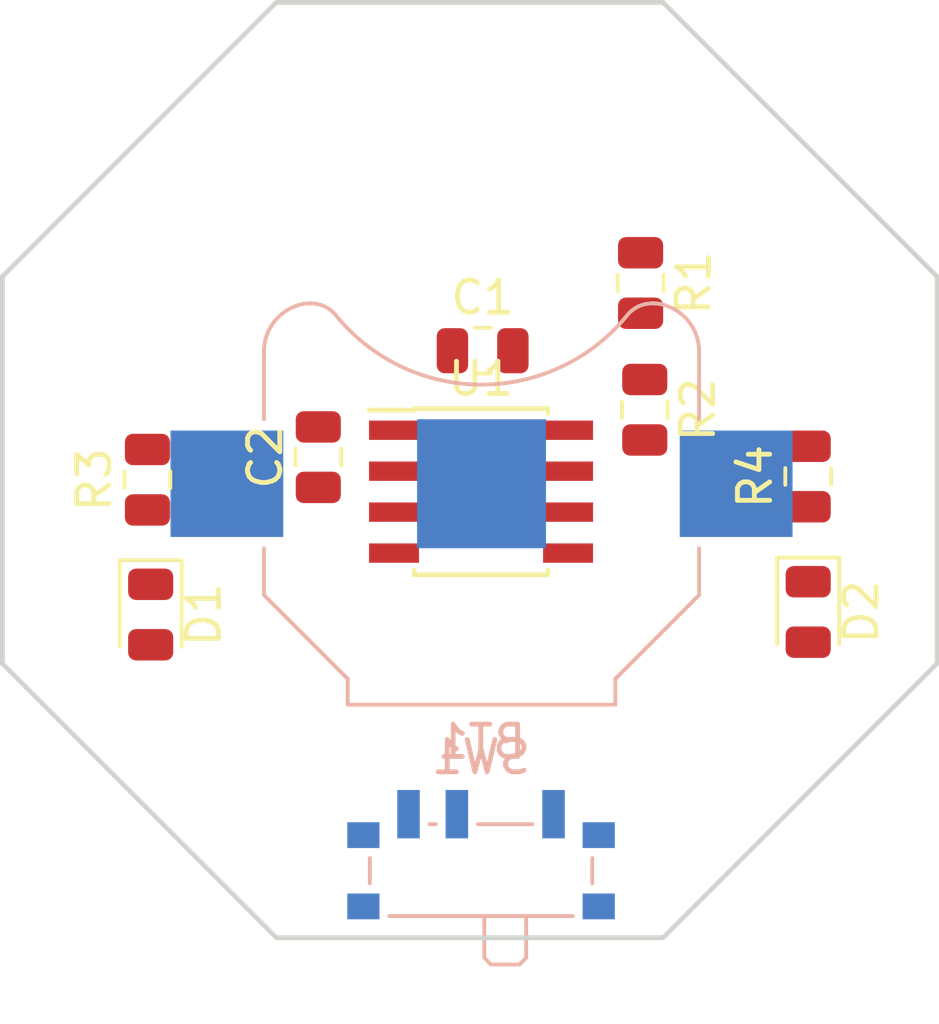
<source format=kicad_pcb>
(kicad_pcb (version 20171130) (host pcbnew "(5.0.1)-3")

  (general
    (thickness 1.6)
    (drawings 8)
    (tracks 0)
    (zones 0)
    (modules 11)
    (nets 11)
  )

  (page A4)
  (layers
    (0 F.Cu signal)
    (31 B.Cu signal)
    (32 B.Adhes user)
    (33 F.Adhes user)
    (34 B.Paste user)
    (35 F.Paste user)
    (36 B.SilkS user)
    (37 F.SilkS user)
    (38 B.Mask user)
    (39 F.Mask user)
    (40 Dwgs.User user)
    (41 Cmts.User user)
    (42 Eco1.User user)
    (43 Eco2.User user)
    (44 Edge.Cuts user)
    (45 Margin user hide)
    (46 B.CrtYd user hide)
    (47 F.CrtYd user)
    (48 B.Fab user)
    (49 F.Fab user hide)
  )

  (setup
    (last_trace_width 0.1524)
    (user_trace_width 0.3048)
    (user_trace_width 0.6096)
    (user_trace_width 1.2192)
    (trace_clearance 0.1524)
    (zone_clearance 0.1524)
    (zone_45_only no)
    (trace_min 0.1524)
    (segment_width 0.2)
    (edge_width 0.15)
    (via_size 0.6858)
    (via_drill 0.3302)
    (via_min_size 0.6858)
    (via_min_drill 0.3302)
    (uvia_size 0.3)
    (uvia_drill 0.1)
    (uvias_allowed no)
    (uvia_min_size 0.2)
    (uvia_min_drill 0.1)
    (pcb_text_width 0.3)
    (pcb_text_size 1.5 1.5)
    (mod_edge_width 0.15)
    (mod_text_size 0.762 0.762)
    (mod_text_width 0.127)
    (pad_size 1.524 1.524)
    (pad_drill 0.762)
    (pad_to_mask_clearance 0)
    (solder_mask_min_width 0.25)
    (aux_axis_origin 0 0)
    (visible_elements 7FFFFFFF)
    (pcbplotparams
      (layerselection 0x010fc_ffffffff)
      (usegerberextensions false)
      (usegerberattributes false)
      (usegerberadvancedattributes false)
      (creategerberjobfile false)
      (excludeedgelayer true)
      (linewidth 0.076200)
      (plotframeref false)
      (viasonmask false)
      (mode 1)
      (useauxorigin false)
      (hpglpennumber 1)
      (hpglpenspeed 20)
      (hpglpendiameter 15.000000)
      (psnegative false)
      (psa4output false)
      (plotreference true)
      (plotvalue true)
      (plotinvisibletext false)
      (padsonsilk false)
      (subtractmaskfromsilk false)
      (outputformat 1)
      (mirror false)
      (drillshape 0)
      (scaleselection 1)
      (outputdirectory "gerbers/"))
  )

  (net 0 "")
  (net 1 "Net-(BT1-Pad1)")
  (net 2 GND)
  (net 3 "Net-(C1-Pad1)")
  (net 4 /Vcc)
  (net 5 "Net-(D1-Pad1)")
  (net 6 "Net-(D2-Pad1)")
  (net 7 "Net-(D2-Pad2)")
  (net 8 "Net-(R1-Pad2)")
  (net 9 "Net-(SW1-Pad1)")
  (net 10 "Net-(U1-Pad5)")

  (net_class Default "This is the default net class."
    (clearance 0.1524)
    (trace_width 0.1524)
    (via_dia 0.6858)
    (via_drill 0.3302)
    (uvia_dia 0.3)
    (uvia_drill 0.1)
    (add_net /Vcc)
    (add_net GND)
    (add_net "Net-(BT1-Pad1)")
    (add_net "Net-(C1-Pad1)")
    (add_net "Net-(D1-Pad1)")
    (add_net "Net-(D2-Pad1)")
    (add_net "Net-(D2-Pad2)")
    (add_net "Net-(R1-Pad2)")
    (add_net "Net-(SW1-Pad1)")
    (add_net "Net-(U1-Pad5)")
  )

  (module Battery:BatteryHolder_Keystone_3000_1x12mm (layer B.Cu) (tedit 58972371) (tstamp 5BE989F3)
    (at 69.865001 89.925001)
    (descr http://www.keyelco.com/product-pdf.cfm?p=777)
    (tags "Keystone type 3000 coin cell retainer")
    (path /5B732E02)
    (attr smd)
    (fp_text reference BT1 (at 0 8) (layer B.SilkS)
      (effects (font (size 1 1) (thickness 0.15)) (justify mirror))
    )
    (fp_text value "3V Cell" (at 0 -7.5) (layer B.Fab)
      (effects (font (size 1 1) (thickness 0.15)) (justify mirror))
    )
    (fp_text user %R (at 0 0) (layer B.Fab)
      (effects (font (size 1 1) (thickness 0.15)) (justify mirror))
    )
    (fp_arc (start 0 0) (end 0 -6.75) (angle -36.6) (layer B.CrtYd) (width 0.05))
    (fp_arc (start 0.11 -9.15) (end 4.22 -5.65) (angle 3.1) (layer B.CrtYd) (width 0.05))
    (fp_arc (start 0.11 -9.15) (end -4.22 -5.65) (angle -3.1) (layer B.CrtYd) (width 0.05))
    (fp_arc (start 0 0) (end 0 -6.75) (angle 36.6) (layer B.CrtYd) (width 0.05))
    (fp_arc (start 5.25 -4.1) (end 5.3 -6.1) (angle 90) (layer B.CrtYd) (width 0.05))
    (fp_arc (start 5.29 -4.6) (end 4.22 -5.65) (angle 54.1) (layer B.CrtYd) (width 0.05))
    (fp_arc (start -5.29 -4.6) (end -4.22 -5.65) (angle -54.1) (layer B.CrtYd) (width 0.05))
    (fp_circle (center 0 0) (end 0 -6.25) (layer Dwgs.User) (width 0.15))
    (fp_arc (start 5.29 -4.6) (end 4.5 -5.2) (angle 60) (layer B.SilkS) (width 0.12))
    (fp_arc (start -5.29 -4.6) (end -4.5 -5.2) (angle -60) (layer B.SilkS) (width 0.12))
    (fp_arc (start 0 -8.9) (end -4.5 -5.2) (angle -101) (layer B.SilkS) (width 0.12))
    (fp_arc (start 5.29 -4.6) (end 4.6 -5.1) (angle 60) (layer B.Fab) (width 0.1))
    (fp_arc (start -5.29 -4.6) (end -4.6 -5.1) (angle -60) (layer B.Fab) (width 0.1))
    (fp_arc (start 0 -8.9) (end -4.6 -5.1) (angle -101) (layer B.Fab) (width 0.1))
    (fp_arc (start -5.25 -4.1) (end -5.3 -6.1) (angle -90) (layer B.CrtYd) (width 0.05))
    (fp_arc (start 5.25 -4.1) (end 5.3 -5.6) (angle 90) (layer B.SilkS) (width 0.12))
    (fp_arc (start -5.25 -4.1) (end -5.3 -5.6) (angle -90) (layer B.SilkS) (width 0.12))
    (fp_line (start -7.25 -2.15) (end -7.25 -4.1) (layer B.CrtYd) (width 0.05))
    (fp_line (start 7.25 -2.15) (end 7.25 -4.1) (layer B.CrtYd) (width 0.05))
    (fp_line (start 6.75 -2) (end 6.75 -4.1) (layer B.SilkS) (width 0.12))
    (fp_line (start -6.75 -2) (end -6.75 -4.1) (layer B.SilkS) (width 0.12))
    (fp_arc (start 5.25 -4.1) (end 5.3 -5.45) (angle 90) (layer B.Fab) (width 0.1))
    (fp_line (start 7.25 2.15) (end 7.25 3.8) (layer B.CrtYd) (width 0.05))
    (fp_line (start 7.25 3.8) (end 4.65 6.4) (layer B.CrtYd) (width 0.05))
    (fp_line (start 4.65 6.4) (end 4.65 7.35) (layer B.CrtYd) (width 0.05))
    (fp_line (start -4.65 7.35) (end 4.65 7.35) (layer B.CrtYd) (width 0.05))
    (fp_line (start -4.65 6.4) (end -4.65 7.35) (layer B.CrtYd) (width 0.05))
    (fp_line (start -7.25 3.8) (end -4.65 6.4) (layer B.CrtYd) (width 0.05))
    (fp_line (start -7.25 2.15) (end -7.25 3.8) (layer B.CrtYd) (width 0.05))
    (fp_line (start -6.75 2) (end -6.75 3.45) (layer B.SilkS) (width 0.12))
    (fp_line (start -6.75 3.45) (end -4.15 6.05) (layer B.SilkS) (width 0.12))
    (fp_line (start -4.15 6.05) (end -4.15 6.85) (layer B.SilkS) (width 0.12))
    (fp_line (start -4.15 6.85) (end 4.15 6.85) (layer B.SilkS) (width 0.12))
    (fp_line (start 4.15 6.85) (end 4.15 6.05) (layer B.SilkS) (width 0.12))
    (fp_line (start 4.15 6.05) (end 6.75 3.45) (layer B.SilkS) (width 0.12))
    (fp_line (start 6.75 3.45) (end 6.75 2) (layer B.SilkS) (width 0.12))
    (fp_line (start -7.25 2.15) (end -10.15 2.15) (layer B.CrtYd) (width 0.05))
    (fp_line (start -10.15 2.15) (end -10.15 -2.15) (layer B.CrtYd) (width 0.05))
    (fp_line (start -10.15 -2.15) (end -7.25 -2.15) (layer B.CrtYd) (width 0.05))
    (fp_line (start 7.25 2.15) (end 10.15 2.15) (layer B.CrtYd) (width 0.05))
    (fp_line (start 10.15 2.15) (end 10.15 -2.15) (layer B.CrtYd) (width 0.05))
    (fp_line (start 10.15 -2.15) (end 7.25 -2.15) (layer B.CrtYd) (width 0.05))
    (fp_arc (start -5.25 -4.1) (end -5.3 -5.45) (angle -90) (layer B.Fab) (width 0.1))
    (fp_line (start 6.6 3.4) (end 6.6 -4.1) (layer B.Fab) (width 0.1))
    (fp_line (start -6.6 3.4) (end -6.6 -4.1) (layer B.Fab) (width 0.1))
    (fp_line (start 4 6) (end 6.6 3.4) (layer B.Fab) (width 0.1))
    (fp_line (start -4 6) (end -6.6 3.4) (layer B.Fab) (width 0.1))
    (fp_line (start 4 6.7) (end 4 6) (layer B.Fab) (width 0.1))
    (fp_line (start -4 6.7) (end -4 6) (layer B.Fab) (width 0.1))
    (fp_line (start -4 6.7) (end 4 6.7) (layer B.Fab) (width 0.1))
    (pad 1 smd rect (at -7.9 0) (size 3.5 3.3) (layers B.Cu B.Paste B.Mask)
      (net 1 "Net-(BT1-Pad1)"))
    (pad 1 smd rect (at 7.9 0) (size 3.5 3.3) (layers B.Cu B.Paste B.Mask)
      (net 1 "Net-(BT1-Pad1)"))
    (pad 2 smd rect (at 0 0) (size 4 4) (layers B.Cu B.Mask)
      (net 2 GND))
    (model ${KISYS3DMOD}/Battery.3dshapes/BatteryHolder_Keystone_3000_1x12mm.wrl
      (at (xyz 0 0 0))
      (scale (xyz 1 1 1))
      (rotate (xyz 0 0 0))
    )
  )

  (module Capacitor_SMD:C_0805_2012Metric (layer F.Cu) (tedit 5B36C52B) (tstamp 5BE98A04)
    (at 69.9 85.8)
    (descr "Capacitor SMD 0805 (2012 Metric), square (rectangular) end terminal, IPC_7351 nominal, (Body size source: https://docs.google.com/spreadsheets/d/1BsfQQcO9C6DZCsRaXUlFlo91Tg2WpOkGARC1WS5S8t0/edit?usp=sharing), generated with kicad-footprint-generator")
    (tags capacitor)
    (path /5B738073)
    (attr smd)
    (fp_text reference C1 (at 0 -1.65) (layer F.SilkS)
      (effects (font (size 1 1) (thickness 0.15)))
    )
    (fp_text value 300n (at 0 1.65) (layer F.Fab)
      (effects (font (size 1 1) (thickness 0.15)))
    )
    (fp_line (start -1 0.6) (end -1 -0.6) (layer F.Fab) (width 0.1))
    (fp_line (start -1 -0.6) (end 1 -0.6) (layer F.Fab) (width 0.1))
    (fp_line (start 1 -0.6) (end 1 0.6) (layer F.Fab) (width 0.1))
    (fp_line (start 1 0.6) (end -1 0.6) (layer F.Fab) (width 0.1))
    (fp_line (start -0.258578 -0.71) (end 0.258578 -0.71) (layer F.SilkS) (width 0.12))
    (fp_line (start -0.258578 0.71) (end 0.258578 0.71) (layer F.SilkS) (width 0.12))
    (fp_line (start -1.68 0.95) (end -1.68 -0.95) (layer F.CrtYd) (width 0.05))
    (fp_line (start -1.68 -0.95) (end 1.68 -0.95) (layer F.CrtYd) (width 0.05))
    (fp_line (start 1.68 -0.95) (end 1.68 0.95) (layer F.CrtYd) (width 0.05))
    (fp_line (start 1.68 0.95) (end -1.68 0.95) (layer F.CrtYd) (width 0.05))
    (fp_text user %R (at 0 0) (layer F.Fab)
      (effects (font (size 0.5 0.5) (thickness 0.08)))
    )
    (pad 1 smd roundrect (at -0.9375 0) (size 0.975 1.4) (layers F.Cu F.Paste F.Mask) (roundrect_rratio 0.25)
      (net 3 "Net-(C1-Pad1)"))
    (pad 2 smd roundrect (at 0.9375 0) (size 0.975 1.4) (layers F.Cu F.Paste F.Mask) (roundrect_rratio 0.25)
      (net 2 GND))
    (model ${KISYS3DMOD}/Capacitor_SMD.3dshapes/C_0805_2012Metric.wrl
      (at (xyz 0 0 0))
      (scale (xyz 1 1 1))
      (rotate (xyz 0 0 0))
    )
  )

  (module Capacitor_SMD:C_0805_2012Metric (layer F.Cu) (tedit 5B36C52B) (tstamp 5BE98A15)
    (at 64.8 89.1 90)
    (descr "Capacitor SMD 0805 (2012 Metric), square (rectangular) end terminal, IPC_7351 nominal, (Body size source: https://docs.google.com/spreadsheets/d/1BsfQQcO9C6DZCsRaXUlFlo91Tg2WpOkGARC1WS5S8t0/edit?usp=sharing), generated with kicad-footprint-generator")
    (tags capacitor)
    (path /5B7420E7)
    (attr smd)
    (fp_text reference C2 (at 0 -1.65 90) (layer F.SilkS)
      (effects (font (size 1 1) (thickness 0.15)))
    )
    (fp_text value 0.1u (at 0 1.65 90) (layer F.Fab)
      (effects (font (size 1 1) (thickness 0.15)))
    )
    (fp_text user %R (at 0 0 90) (layer F.Fab)
      (effects (font (size 0.5 0.5) (thickness 0.08)))
    )
    (fp_line (start 1.68 0.95) (end -1.68 0.95) (layer F.CrtYd) (width 0.05))
    (fp_line (start 1.68 -0.95) (end 1.68 0.95) (layer F.CrtYd) (width 0.05))
    (fp_line (start -1.68 -0.95) (end 1.68 -0.95) (layer F.CrtYd) (width 0.05))
    (fp_line (start -1.68 0.95) (end -1.68 -0.95) (layer F.CrtYd) (width 0.05))
    (fp_line (start -0.258578 0.71) (end 0.258578 0.71) (layer F.SilkS) (width 0.12))
    (fp_line (start -0.258578 -0.71) (end 0.258578 -0.71) (layer F.SilkS) (width 0.12))
    (fp_line (start 1 0.6) (end -1 0.6) (layer F.Fab) (width 0.1))
    (fp_line (start 1 -0.6) (end 1 0.6) (layer F.Fab) (width 0.1))
    (fp_line (start -1 -0.6) (end 1 -0.6) (layer F.Fab) (width 0.1))
    (fp_line (start -1 0.6) (end -1 -0.6) (layer F.Fab) (width 0.1))
    (pad 2 smd roundrect (at 0.9375 0 90) (size 0.975 1.4) (layers F.Cu F.Paste F.Mask) (roundrect_rratio 0.25)
      (net 2 GND))
    (pad 1 smd roundrect (at -0.9375 0 90) (size 0.975 1.4) (layers F.Cu F.Paste F.Mask) (roundrect_rratio 0.25)
      (net 4 /Vcc))
    (model ${KISYS3DMOD}/Capacitor_SMD.3dshapes/C_0805_2012Metric.wrl
      (at (xyz 0 0 0))
      (scale (xyz 1 1 1))
      (rotate (xyz 0 0 0))
    )
  )

  (module LED_SMD:LED_0805_2012Metric (layer F.Cu) (tedit 5B36C52C) (tstamp 5BE98A28)
    (at 59.6 93.98 270)
    (descr "LED SMD 0805 (2012 Metric), square (rectangular) end terminal, IPC_7351 nominal, (Body size source: https://docs.google.com/spreadsheets/d/1BsfQQcO9C6DZCsRaXUlFlo91Tg2WpOkGARC1WS5S8t0/edit?usp=sharing), generated with kicad-footprint-generator")
    (tags diode)
    (path /5B73564C)
    (attr smd)
    (fp_text reference D1 (at 0 -1.65 270) (layer F.SilkS)
      (effects (font (size 1 1) (thickness 0.15)))
    )
    (fp_text value LED (at 0 1.65 270) (layer F.Fab)
      (effects (font (size 1 1) (thickness 0.15)))
    )
    (fp_text user %R (at 0 0 270) (layer F.Fab)
      (effects (font (size 0.5 0.5) (thickness 0.08)))
    )
    (fp_line (start 1.68 0.95) (end -1.68 0.95) (layer F.CrtYd) (width 0.05))
    (fp_line (start 1.68 -0.95) (end 1.68 0.95) (layer F.CrtYd) (width 0.05))
    (fp_line (start -1.68 -0.95) (end 1.68 -0.95) (layer F.CrtYd) (width 0.05))
    (fp_line (start -1.68 0.95) (end -1.68 -0.95) (layer F.CrtYd) (width 0.05))
    (fp_line (start -1.685 0.96) (end 1 0.96) (layer F.SilkS) (width 0.12))
    (fp_line (start -1.685 -0.96) (end -1.685 0.96) (layer F.SilkS) (width 0.12))
    (fp_line (start 1 -0.96) (end -1.685 -0.96) (layer F.SilkS) (width 0.12))
    (fp_line (start 1 0.6) (end 1 -0.6) (layer F.Fab) (width 0.1))
    (fp_line (start -1 0.6) (end 1 0.6) (layer F.Fab) (width 0.1))
    (fp_line (start -1 -0.3) (end -1 0.6) (layer F.Fab) (width 0.1))
    (fp_line (start -0.7 -0.6) (end -1 -0.3) (layer F.Fab) (width 0.1))
    (fp_line (start 1 -0.6) (end -0.7 -0.6) (layer F.Fab) (width 0.1))
    (pad 2 smd roundrect (at 0.9375 0 270) (size 0.975 1.4) (layers F.Cu F.Paste F.Mask) (roundrect_rratio 0.25)
      (net 4 /Vcc))
    (pad 1 smd roundrect (at -0.9375 0 270) (size 0.975 1.4) (layers F.Cu F.Paste F.Mask) (roundrect_rratio 0.25)
      (net 5 "Net-(D1-Pad1)"))
    (model ${KISYS3DMOD}/LED_SMD.3dshapes/LED_0805_2012Metric.wrl
      (at (xyz 0 0 0))
      (scale (xyz 1 1 1))
      (rotate (xyz 0 0 0))
    )
  )

  (module LED_SMD:LED_0805_2012Metric (layer F.Cu) (tedit 5B36C52C) (tstamp 5BE98A3B)
    (at 80 93.9 270)
    (descr "LED SMD 0805 (2012 Metric), square (rectangular) end terminal, IPC_7351 nominal, (Body size source: https://docs.google.com/spreadsheets/d/1BsfQQcO9C6DZCsRaXUlFlo91Tg2WpOkGARC1WS5S8t0/edit?usp=sharing), generated with kicad-footprint-generator")
    (tags diode)
    (path /5B734BFE)
    (attr smd)
    (fp_text reference D2 (at 0 -1.65 270) (layer F.SilkS)
      (effects (font (size 1 1) (thickness 0.15)))
    )
    (fp_text value LED (at 0 1.65 270) (layer F.Fab)
      (effects (font (size 1 1) (thickness 0.15)))
    )
    (fp_line (start 1 -0.6) (end -0.7 -0.6) (layer F.Fab) (width 0.1))
    (fp_line (start -0.7 -0.6) (end -1 -0.3) (layer F.Fab) (width 0.1))
    (fp_line (start -1 -0.3) (end -1 0.6) (layer F.Fab) (width 0.1))
    (fp_line (start -1 0.6) (end 1 0.6) (layer F.Fab) (width 0.1))
    (fp_line (start 1 0.6) (end 1 -0.6) (layer F.Fab) (width 0.1))
    (fp_line (start 1 -0.96) (end -1.685 -0.96) (layer F.SilkS) (width 0.12))
    (fp_line (start -1.685 -0.96) (end -1.685 0.96) (layer F.SilkS) (width 0.12))
    (fp_line (start -1.685 0.96) (end 1 0.96) (layer F.SilkS) (width 0.12))
    (fp_line (start -1.68 0.95) (end -1.68 -0.95) (layer F.CrtYd) (width 0.05))
    (fp_line (start -1.68 -0.95) (end 1.68 -0.95) (layer F.CrtYd) (width 0.05))
    (fp_line (start 1.68 -0.95) (end 1.68 0.95) (layer F.CrtYd) (width 0.05))
    (fp_line (start 1.68 0.95) (end -1.68 0.95) (layer F.CrtYd) (width 0.05))
    (fp_text user %R (at 0 0 270) (layer F.Fab)
      (effects (font (size 0.5 0.5) (thickness 0.08)))
    )
    (pad 1 smd roundrect (at -0.9375 0 270) (size 0.975 1.4) (layers F.Cu F.Paste F.Mask) (roundrect_rratio 0.25)
      (net 6 "Net-(D2-Pad1)"))
    (pad 2 smd roundrect (at 0.9375 0 270) (size 0.975 1.4) (layers F.Cu F.Paste F.Mask) (roundrect_rratio 0.25)
      (net 7 "Net-(D2-Pad2)"))
    (model ${KISYS3DMOD}/LED_SMD.3dshapes/LED_0805_2012Metric.wrl
      (at (xyz 0 0 0))
      (scale (xyz 1 1 1))
      (rotate (xyz 0 0 0))
    )
  )

  (module Resistor_SMD:R_0805_2012Metric (layer F.Cu) (tedit 5B36C52B) (tstamp 5BE98A4C)
    (at 74.8 83.7 270)
    (descr "Resistor SMD 0805 (2012 Metric), square (rectangular) end terminal, IPC_7351 nominal, (Body size source: https://docs.google.com/spreadsheets/d/1BsfQQcO9C6DZCsRaXUlFlo91Tg2WpOkGARC1WS5S8t0/edit?usp=sharing), generated with kicad-footprint-generator")
    (tags resistor)
    (path /5B732EA7)
    (attr smd)
    (fp_text reference R1 (at 0 -1.65 270) (layer F.SilkS)
      (effects (font (size 1 1) (thickness 0.15)))
    )
    (fp_text value 10k (at 0 1.65 270) (layer F.Fab)
      (effects (font (size 1 1) (thickness 0.15)))
    )
    (fp_line (start -1 0.6) (end -1 -0.6) (layer F.Fab) (width 0.1))
    (fp_line (start -1 -0.6) (end 1 -0.6) (layer F.Fab) (width 0.1))
    (fp_line (start 1 -0.6) (end 1 0.6) (layer F.Fab) (width 0.1))
    (fp_line (start 1 0.6) (end -1 0.6) (layer F.Fab) (width 0.1))
    (fp_line (start -0.258578 -0.71) (end 0.258578 -0.71) (layer F.SilkS) (width 0.12))
    (fp_line (start -0.258578 0.71) (end 0.258578 0.71) (layer F.SilkS) (width 0.12))
    (fp_line (start -1.68 0.95) (end -1.68 -0.95) (layer F.CrtYd) (width 0.05))
    (fp_line (start -1.68 -0.95) (end 1.68 -0.95) (layer F.CrtYd) (width 0.05))
    (fp_line (start 1.68 -0.95) (end 1.68 0.95) (layer F.CrtYd) (width 0.05))
    (fp_line (start 1.68 0.95) (end -1.68 0.95) (layer F.CrtYd) (width 0.05))
    (fp_text user %R (at 0 0 270) (layer F.Fab)
      (effects (font (size 0.5 0.5) (thickness 0.08)))
    )
    (pad 1 smd roundrect (at -0.9375 0 270) (size 0.975 1.4) (layers F.Cu F.Paste F.Mask) (roundrect_rratio 0.25)
      (net 4 /Vcc))
    (pad 2 smd roundrect (at 0.9375 0 270) (size 0.975 1.4) (layers F.Cu F.Paste F.Mask) (roundrect_rratio 0.25)
      (net 8 "Net-(R1-Pad2)"))
    (model ${KISYS3DMOD}/Resistor_SMD.3dshapes/R_0805_2012Metric.wrl
      (at (xyz 0 0 0))
      (scale (xyz 1 1 1))
      (rotate (xyz 0 0 0))
    )
  )

  (module Resistor_SMD:R_0805_2012Metric (layer F.Cu) (tedit 5B36C52B) (tstamp 5BE98A5D)
    (at 74.93 87.63 270)
    (descr "Resistor SMD 0805 (2012 Metric), square (rectangular) end terminal, IPC_7351 nominal, (Body size source: https://docs.google.com/spreadsheets/d/1BsfQQcO9C6DZCsRaXUlFlo91Tg2WpOkGARC1WS5S8t0/edit?usp=sharing), generated with kicad-footprint-generator")
    (tags resistor)
    (path /5B732EE9)
    (attr smd)
    (fp_text reference R2 (at 0 -1.65 270) (layer F.SilkS)
      (effects (font (size 1 1) (thickness 0.15)))
    )
    (fp_text value 1M (at 0 1.65 270) (layer F.Fab)
      (effects (font (size 1 1) (thickness 0.15)))
    )
    (fp_text user %R (at 0 0 270) (layer F.Fab)
      (effects (font (size 0.5 0.5) (thickness 0.08)))
    )
    (fp_line (start 1.68 0.95) (end -1.68 0.95) (layer F.CrtYd) (width 0.05))
    (fp_line (start 1.68 -0.95) (end 1.68 0.95) (layer F.CrtYd) (width 0.05))
    (fp_line (start -1.68 -0.95) (end 1.68 -0.95) (layer F.CrtYd) (width 0.05))
    (fp_line (start -1.68 0.95) (end -1.68 -0.95) (layer F.CrtYd) (width 0.05))
    (fp_line (start -0.258578 0.71) (end 0.258578 0.71) (layer F.SilkS) (width 0.12))
    (fp_line (start -0.258578 -0.71) (end 0.258578 -0.71) (layer F.SilkS) (width 0.12))
    (fp_line (start 1 0.6) (end -1 0.6) (layer F.Fab) (width 0.1))
    (fp_line (start 1 -0.6) (end 1 0.6) (layer F.Fab) (width 0.1))
    (fp_line (start -1 -0.6) (end 1 -0.6) (layer F.Fab) (width 0.1))
    (fp_line (start -1 0.6) (end -1 -0.6) (layer F.Fab) (width 0.1))
    (pad 2 smd roundrect (at 0.9375 0 270) (size 0.975 1.4) (layers F.Cu F.Paste F.Mask) (roundrect_rratio 0.25)
      (net 3 "Net-(C1-Pad1)"))
    (pad 1 smd roundrect (at -0.9375 0 270) (size 0.975 1.4) (layers F.Cu F.Paste F.Mask) (roundrect_rratio 0.25)
      (net 8 "Net-(R1-Pad2)"))
    (model ${KISYS3DMOD}/Resistor_SMD.3dshapes/R_0805_2012Metric.wrl
      (at (xyz 0 0 0))
      (scale (xyz 1 1 1))
      (rotate (xyz 0 0 0))
    )
  )

  (module Resistor_SMD:R_0805_2012Metric (layer F.Cu) (tedit 5B36C52B) (tstamp 5BE98A6E)
    (at 59.5 89.8 90)
    (descr "Resistor SMD 0805 (2012 Metric), square (rectangular) end terminal, IPC_7351 nominal, (Body size source: https://docs.google.com/spreadsheets/d/1BsfQQcO9C6DZCsRaXUlFlo91Tg2WpOkGARC1WS5S8t0/edit?usp=sharing), generated with kicad-footprint-generator")
    (tags resistor)
    (path /5B7367CF)
    (attr smd)
    (fp_text reference R3 (at 0 -1.65 90) (layer F.SilkS)
      (effects (font (size 1 1) (thickness 0.15)))
    )
    (fp_text value 200 (at 0 1.65 90) (layer F.Fab)
      (effects (font (size 1 1) (thickness 0.15)))
    )
    (fp_text user %R (at 0 0 90) (layer F.Fab)
      (effects (font (size 0.5 0.5) (thickness 0.08)))
    )
    (fp_line (start 1.68 0.95) (end -1.68 0.95) (layer F.CrtYd) (width 0.05))
    (fp_line (start 1.68 -0.95) (end 1.68 0.95) (layer F.CrtYd) (width 0.05))
    (fp_line (start -1.68 -0.95) (end 1.68 -0.95) (layer F.CrtYd) (width 0.05))
    (fp_line (start -1.68 0.95) (end -1.68 -0.95) (layer F.CrtYd) (width 0.05))
    (fp_line (start -0.258578 0.71) (end 0.258578 0.71) (layer F.SilkS) (width 0.12))
    (fp_line (start -0.258578 -0.71) (end 0.258578 -0.71) (layer F.SilkS) (width 0.12))
    (fp_line (start 1 0.6) (end -1 0.6) (layer F.Fab) (width 0.1))
    (fp_line (start 1 -0.6) (end 1 0.6) (layer F.Fab) (width 0.1))
    (fp_line (start -1 -0.6) (end 1 -0.6) (layer F.Fab) (width 0.1))
    (fp_line (start -1 0.6) (end -1 -0.6) (layer F.Fab) (width 0.1))
    (pad 2 smd roundrect (at 0.9375 0 90) (size 0.975 1.4) (layers F.Cu F.Paste F.Mask) (roundrect_rratio 0.25)
      (net 7 "Net-(D2-Pad2)"))
    (pad 1 smd roundrect (at -0.9375 0 90) (size 0.975 1.4) (layers F.Cu F.Paste F.Mask) (roundrect_rratio 0.25)
      (net 5 "Net-(D1-Pad1)"))
    (model ${KISYS3DMOD}/Resistor_SMD.3dshapes/R_0805_2012Metric.wrl
      (at (xyz 0 0 0))
      (scale (xyz 1 1 1))
      (rotate (xyz 0 0 0))
    )
  )

  (module Resistor_SMD:R_0805_2012Metric (layer F.Cu) (tedit 5B36C52B) (tstamp 5BE98A7F)
    (at 80 89.7 90)
    (descr "Resistor SMD 0805 (2012 Metric), square (rectangular) end terminal, IPC_7351 nominal, (Body size source: https://docs.google.com/spreadsheets/d/1BsfQQcO9C6DZCsRaXUlFlo91Tg2WpOkGARC1WS5S8t0/edit?usp=sharing), generated with kicad-footprint-generator")
    (tags resistor)
    (path /5B7351FE)
    (attr smd)
    (fp_text reference R4 (at 0 -1.65 90) (layer F.SilkS)
      (effects (font (size 1 1) (thickness 0.15)))
    )
    (fp_text value 200 (at 0 1.65 90) (layer F.Fab)
      (effects (font (size 1 1) (thickness 0.15)))
    )
    (fp_line (start -1 0.6) (end -1 -0.6) (layer F.Fab) (width 0.1))
    (fp_line (start -1 -0.6) (end 1 -0.6) (layer F.Fab) (width 0.1))
    (fp_line (start 1 -0.6) (end 1 0.6) (layer F.Fab) (width 0.1))
    (fp_line (start 1 0.6) (end -1 0.6) (layer F.Fab) (width 0.1))
    (fp_line (start -0.258578 -0.71) (end 0.258578 -0.71) (layer F.SilkS) (width 0.12))
    (fp_line (start -0.258578 0.71) (end 0.258578 0.71) (layer F.SilkS) (width 0.12))
    (fp_line (start -1.68 0.95) (end -1.68 -0.95) (layer F.CrtYd) (width 0.05))
    (fp_line (start -1.68 -0.95) (end 1.68 -0.95) (layer F.CrtYd) (width 0.05))
    (fp_line (start 1.68 -0.95) (end 1.68 0.95) (layer F.CrtYd) (width 0.05))
    (fp_line (start 1.68 0.95) (end -1.68 0.95) (layer F.CrtYd) (width 0.05))
    (fp_text user %R (at 0 0 90) (layer F.Fab)
      (effects (font (size 0.5 0.5) (thickness 0.08)))
    )
    (pad 1 smd roundrect (at -0.9375 0 90) (size 0.975 1.4) (layers F.Cu F.Paste F.Mask) (roundrect_rratio 0.25)
      (net 6 "Net-(D2-Pad1)"))
    (pad 2 smd roundrect (at 0.9375 0 90) (size 0.975 1.4) (layers F.Cu F.Paste F.Mask) (roundrect_rratio 0.25)
      (net 2 GND))
    (model ${KISYS3DMOD}/Resistor_SMD.3dshapes/R_0805_2012Metric.wrl
      (at (xyz 0 0 0))
      (scale (xyz 1 1 1))
      (rotate (xyz 0 0 0))
    )
  )

  (module Button_Switch_SMD:SW_SPDT_PCM12 (layer B.Cu) (tedit 5A02FC95) (tstamp 5BE98AA9)
    (at 69.85 101.6 180)
    (descr "Ultraminiature Surface Mount Slide Switch")
    (path /5B73FBA5)
    (attr smd)
    (fp_text reference SW1 (at 0 3.2 180) (layer B.SilkS)
      (effects (font (size 1 1) (thickness 0.15)) (justify mirror))
    )
    (fp_text value SW_SPDT (at 0 -4.25 180) (layer B.Fab)
      (effects (font (size 1 1) (thickness 0.15)) (justify mirror))
    )
    (fp_text user %R (at 0 3.2 180) (layer B.Fab)
      (effects (font (size 1 1) (thickness 0.15)) (justify mirror))
    )
    (fp_line (start -1.4 -1.65) (end -1.4 -2.95) (layer B.Fab) (width 0.1))
    (fp_line (start -1.4 -2.95) (end -1.2 -3.15) (layer B.Fab) (width 0.1))
    (fp_line (start -1.2 -3.15) (end -0.35 -3.15) (layer B.Fab) (width 0.1))
    (fp_line (start -0.35 -3.15) (end -0.15 -2.95) (layer B.Fab) (width 0.1))
    (fp_line (start -0.15 -2.95) (end -0.1 -2.9) (layer B.Fab) (width 0.1))
    (fp_line (start -0.1 -2.9) (end -0.1 -1.6) (layer B.Fab) (width 0.1))
    (fp_line (start -3.35 1) (end -3.35 -1.6) (layer B.Fab) (width 0.1))
    (fp_line (start -3.35 -1.6) (end 3.35 -1.6) (layer B.Fab) (width 0.1))
    (fp_line (start 3.35 -1.6) (end 3.35 1) (layer B.Fab) (width 0.1))
    (fp_line (start 3.35 1) (end -3.35 1) (layer B.Fab) (width 0.1))
    (fp_line (start 1.4 1.12) (end 1.6 1.12) (layer B.SilkS) (width 0.12))
    (fp_line (start -4.4 2.45) (end 4.4 2.45) (layer B.CrtYd) (width 0.05))
    (fp_line (start 4.4 2.45) (end 4.4 -2.1) (layer B.CrtYd) (width 0.05))
    (fp_line (start 4.4 -2.1) (end 1.65 -2.1) (layer B.CrtYd) (width 0.05))
    (fp_line (start 1.65 -2.1) (end 1.65 -3.4) (layer B.CrtYd) (width 0.05))
    (fp_line (start 1.65 -3.4) (end -1.65 -3.4) (layer B.CrtYd) (width 0.05))
    (fp_line (start -1.65 -3.4) (end -1.65 -2.1) (layer B.CrtYd) (width 0.05))
    (fp_line (start -1.65 -2.1) (end -4.4 -2.1) (layer B.CrtYd) (width 0.05))
    (fp_line (start -4.4 -2.1) (end -4.4 2.45) (layer B.CrtYd) (width 0.05))
    (fp_line (start -1.4 -3.02) (end -1.2 -3.23) (layer B.SilkS) (width 0.12))
    (fp_line (start -0.1 -3.02) (end -0.3 -3.23) (layer B.SilkS) (width 0.12))
    (fp_line (start -1.4 -1.73) (end -1.4 -3.02) (layer B.SilkS) (width 0.12))
    (fp_line (start -1.2 -3.23) (end -0.3 -3.23) (layer B.SilkS) (width 0.12))
    (fp_line (start -0.1 -3.02) (end -0.1 -1.73) (layer B.SilkS) (width 0.12))
    (fp_line (start -2.85 -1.73) (end 2.85 -1.73) (layer B.SilkS) (width 0.12))
    (fp_line (start -1.6 1.12) (end 0.1 1.12) (layer B.SilkS) (width 0.12))
    (fp_line (start -3.45 0.07) (end -3.45 -0.72) (layer B.SilkS) (width 0.12))
    (fp_line (start 3.45 -0.72) (end 3.45 0.07) (layer B.SilkS) (width 0.12))
    (pad "" np_thru_hole circle (at -1.5 -0.33 180) (size 0.9 0.9) (drill 0.9) (layers *.Cu *.Mask))
    (pad "" np_thru_hole circle (at 1.5 -0.33 180) (size 0.9 0.9) (drill 0.9) (layers *.Cu *.Mask))
    (pad 1 smd rect (at -2.25 1.43 180) (size 0.7 1.5) (layers B.Cu B.Paste B.Mask)
      (net 9 "Net-(SW1-Pad1)"))
    (pad 2 smd rect (at 0.75 1.43 180) (size 0.7 1.5) (layers B.Cu B.Paste B.Mask)
      (net 1 "Net-(BT1-Pad1)"))
    (pad 3 smd rect (at 2.25 1.43 180) (size 0.7 1.5) (layers B.Cu B.Paste B.Mask)
      (net 4 /Vcc))
    (pad "" smd rect (at -3.65 -1.43 180) (size 1 0.8) (layers B.Cu B.Paste B.Mask))
    (pad "" smd rect (at 3.65 -1.43 180) (size 1 0.8) (layers B.Cu B.Paste B.Mask))
    (pad "" smd rect (at 3.65 0.78 180) (size 1 0.8) (layers B.Cu B.Paste B.Mask))
    (pad "" smd rect (at -3.65 0.78 180) (size 1 0.8) (layers B.Cu B.Paste B.Mask))
    (model ${KISYS3DMOD}/Button_Switch_SMD.3dshapes/SW_SPDT_PCM12.wrl
      (at (xyz 0 0 0))
      (scale (xyz 1 1 1))
      (rotate (xyz 0 0 0))
    )
  )

  (module Package_SO:SOIC-8_3.9x4.9mm_P1.27mm (layer F.Cu) (tedit 5A02F2D3) (tstamp 5BE98AC6)
    (at 69.85 90.17)
    (descr "8-Lead Plastic Small Outline (SN) - Narrow, 3.90 mm Body [SOIC] (see Microchip Packaging Specification 00000049BS.pdf)")
    (tags "SOIC 1.27")
    (path /5B73381F)
    (attr smd)
    (fp_text reference U1 (at 0 -3.5) (layer F.SilkS)
      (effects (font (size 1 1) (thickness 0.15)))
    )
    (fp_text value NE555 (at 0 3.5) (layer F.Fab)
      (effects (font (size 1 1) (thickness 0.15)))
    )
    (fp_text user %R (at 0 0) (layer F.Fab)
      (effects (font (size 1 1) (thickness 0.15)))
    )
    (fp_line (start -0.95 -2.45) (end 1.95 -2.45) (layer F.Fab) (width 0.1))
    (fp_line (start 1.95 -2.45) (end 1.95 2.45) (layer F.Fab) (width 0.1))
    (fp_line (start 1.95 2.45) (end -1.95 2.45) (layer F.Fab) (width 0.1))
    (fp_line (start -1.95 2.45) (end -1.95 -1.45) (layer F.Fab) (width 0.1))
    (fp_line (start -1.95 -1.45) (end -0.95 -2.45) (layer F.Fab) (width 0.1))
    (fp_line (start -3.73 -2.7) (end -3.73 2.7) (layer F.CrtYd) (width 0.05))
    (fp_line (start 3.73 -2.7) (end 3.73 2.7) (layer F.CrtYd) (width 0.05))
    (fp_line (start -3.73 -2.7) (end 3.73 -2.7) (layer F.CrtYd) (width 0.05))
    (fp_line (start -3.73 2.7) (end 3.73 2.7) (layer F.CrtYd) (width 0.05))
    (fp_line (start -2.075 -2.575) (end -2.075 -2.525) (layer F.SilkS) (width 0.15))
    (fp_line (start 2.075 -2.575) (end 2.075 -2.43) (layer F.SilkS) (width 0.15))
    (fp_line (start 2.075 2.575) (end 2.075 2.43) (layer F.SilkS) (width 0.15))
    (fp_line (start -2.075 2.575) (end -2.075 2.43) (layer F.SilkS) (width 0.15))
    (fp_line (start -2.075 -2.575) (end 2.075 -2.575) (layer F.SilkS) (width 0.15))
    (fp_line (start -2.075 2.575) (end 2.075 2.575) (layer F.SilkS) (width 0.15))
    (fp_line (start -2.075 -2.525) (end -3.475 -2.525) (layer F.SilkS) (width 0.15))
    (pad 1 smd rect (at -2.7 -1.905) (size 1.55 0.6) (layers F.Cu F.Paste F.Mask)
      (net 2 GND))
    (pad 2 smd rect (at -2.7 -0.635) (size 1.55 0.6) (layers F.Cu F.Paste F.Mask)
      (net 3 "Net-(C1-Pad1)"))
    (pad 3 smd rect (at -2.7 0.635) (size 1.55 0.6) (layers F.Cu F.Paste F.Mask)
      (net 7 "Net-(D2-Pad2)"))
    (pad 4 smd rect (at -2.7 1.905) (size 1.55 0.6) (layers F.Cu F.Paste F.Mask)
      (net 4 /Vcc))
    (pad 5 smd rect (at 2.7 1.905) (size 1.55 0.6) (layers F.Cu F.Paste F.Mask)
      (net 10 "Net-(U1-Pad5)"))
    (pad 6 smd rect (at 2.7 0.635) (size 1.55 0.6) (layers F.Cu F.Paste F.Mask)
      (net 3 "Net-(C1-Pad1)"))
    (pad 7 smd rect (at 2.7 -0.635) (size 1.55 0.6) (layers F.Cu F.Paste F.Mask)
      (net 8 "Net-(R1-Pad2)"))
    (pad 8 smd rect (at 2.7 -1.905) (size 1.55 0.6) (layers F.Cu F.Paste F.Mask)
      (net 4 /Vcc))
    (model ${KISYS3DMOD}/Package_SO.3dshapes/SOIC-8_3.9x4.9mm_P1.27mm.wrl
      (at (xyz 0 0 0))
      (scale (xyz 1 1 1))
      (rotate (xyz 0 0 0))
    )
  )

  (gr_line (start 55 83.5) (end 63.5 75) (layer Edge.Cuts) (width 0.15))
  (gr_line (start 55 95.5) (end 55 83.5) (layer Edge.Cuts) (width 0.15))
  (gr_line (start 63.5 104) (end 55 95.5) (layer Edge.Cuts) (width 0.15))
  (gr_line (start 75.5 104) (end 63.5 104) (layer Edge.Cuts) (width 0.15))
  (gr_line (start 84 95.5) (end 75.5 104) (layer Edge.Cuts) (width 0.15))
  (gr_line (start 84 83.5) (end 84 95.5) (layer Edge.Cuts) (width 0.15))
  (gr_line (start 75.5 75) (end 84 83.5) (layer Edge.Cuts) (width 0.15))
  (gr_line (start 63.5 75) (end 75.5 75) (layer Edge.Cuts) (width 0.15))

)

</source>
